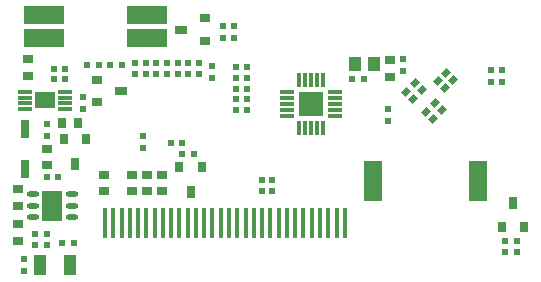
<source format=gbp>
G04 Layer_Color=128*
%FSLAX44Y44*%
%MOMM*%
G71*
G01*
G75*
%ADD17R,0.6000X0.5000*%
%ADD18R,0.5000X0.6000*%
%ADD19R,0.8000X0.9000*%
%ADD25R,0.6500X1.1000*%
%ADD26R,0.6500X0.9000*%
%ADD29R,0.9000X0.8000*%
%ADD41R,1.5000X3.4000*%
%ADD42R,1.1000X0.6500*%
%ADD43R,0.9000X0.6500*%
%ADD44R,0.8000X1.6000*%
%ADD45R,1.3000X0.3100*%
%ADD46R,1.7000X1.4500*%
%ADD47R,1.0000X1.8000*%
%ADD48R,1.2000X0.3100*%
%ADD49R,0.3100X1.2000*%
%ADD50R,2.1000X2.1000*%
%ADD51O,1.1000X0.4500*%
%ADD52R,1.7300X2.5000*%
G04:AMPARAMS|DCode=53|XSize=0.5mm|YSize=0.6mm|CornerRadius=0mm|HoleSize=0mm|Usage=FLASHONLY|Rotation=135.000|XOffset=0mm|YOffset=0mm|HoleType=Round|Shape=Rectangle|*
%AMROTATEDRECTD53*
4,1,4,0.3889,0.0354,-0.0354,-0.3889,-0.3889,-0.0354,0.0354,0.3889,0.3889,0.0354,0.0*
%
%ADD53ROTATEDRECTD53*%

%ADD54R,1.0000X1.3000*%
%ADD55R,0.4500X2.5000*%
%ADD56R,3.5000X1.5000*%
D17*
X203000Y189000D02*
D03*
X213000D02*
D03*
X155000Y186000D02*
D03*
X165000D02*
D03*
X319000Y151000D02*
D03*
X309000D02*
D03*
X319000Y160000D02*
D03*
X309000D02*
D03*
X264000Y123000D02*
D03*
X254000D02*
D03*
X274000Y114000D02*
D03*
X264000D02*
D03*
X525000Y175000D02*
D03*
X535000D02*
D03*
X159000Y94000D02*
D03*
X149000D02*
D03*
X547000Y40000D02*
D03*
X537000D02*
D03*
X547000Y31000D02*
D03*
X537000D02*
D03*
X309000Y187000D02*
D03*
X319000D02*
D03*
X535000Y185000D02*
D03*
X525000D02*
D03*
X149000Y37000D02*
D03*
X139000D02*
D03*
X162000Y38000D02*
D03*
X172000D02*
D03*
X418000Y177000D02*
D03*
X408000D02*
D03*
X139000Y46000D02*
D03*
X149000D02*
D03*
X309000Y178000D02*
D03*
X319000D02*
D03*
X309000Y169000D02*
D03*
X319000D02*
D03*
X155000Y177000D02*
D03*
X165000D02*
D03*
X183000Y189000D02*
D03*
X193000D02*
D03*
D18*
X231000Y119000D02*
D03*
Y129000D02*
D03*
X308000Y212000D02*
D03*
Y222000D02*
D03*
X180000Y162000D02*
D03*
Y152000D02*
D03*
X149000Y129000D02*
D03*
Y139000D02*
D03*
X298000Y222000D02*
D03*
Y212000D02*
D03*
X340000Y82000D02*
D03*
Y92000D02*
D03*
X251000Y181000D02*
D03*
Y191000D02*
D03*
X331000Y82000D02*
D03*
Y92000D02*
D03*
X278000Y181000D02*
D03*
Y191000D02*
D03*
X130000Y25000D02*
D03*
Y15000D02*
D03*
X451000Y184000D02*
D03*
Y194000D02*
D03*
X438000Y142000D02*
D03*
Y152000D02*
D03*
X289000Y188000D02*
D03*
Y178000D02*
D03*
X242000Y191000D02*
D03*
Y181000D02*
D03*
X233000Y191000D02*
D03*
Y181000D02*
D03*
X224000Y191000D02*
D03*
Y181000D02*
D03*
X269000Y191000D02*
D03*
Y181000D02*
D03*
X260000Y191000D02*
D03*
Y181000D02*
D03*
D19*
X175998Y140000D02*
D03*
X161998D02*
D03*
D25*
X544000Y72375D02*
D03*
X173000Y105625D02*
D03*
X271000Y81625D02*
D03*
D26*
X534500Y51625D02*
D03*
X553500D02*
D03*
X182500Y126375D02*
D03*
X163500D02*
D03*
X280500Y102375D02*
D03*
X261500D02*
D03*
D29*
X125000Y40002D02*
D03*
Y54002D02*
D03*
X133000Y193998D02*
D03*
Y179998D02*
D03*
X125000Y83998D02*
D03*
Y69998D02*
D03*
X149000Y104002D02*
D03*
Y118002D02*
D03*
X247000Y95998D02*
D03*
Y81998D02*
D03*
X234000Y95998D02*
D03*
Y81998D02*
D03*
X221000Y95998D02*
D03*
Y81998D02*
D03*
X198000Y82002D02*
D03*
Y96002D02*
D03*
X440000Y192998D02*
D03*
Y178998D02*
D03*
D41*
X425500Y91000D02*
D03*
X514500D02*
D03*
D42*
X262625Y219000D02*
D03*
X212375Y167000D02*
D03*
D43*
X283375Y209500D02*
D03*
Y228500D02*
D03*
X191625Y176500D02*
D03*
Y157500D02*
D03*
D44*
X131000Y101000D02*
D03*
Y135000D02*
D03*
D45*
Y151500D02*
D03*
Y156500D02*
D03*
Y161500D02*
D03*
Y166500D02*
D03*
X165000D02*
D03*
Y161500D02*
D03*
Y156500D02*
D03*
Y151500D02*
D03*
D46*
X148000Y159000D02*
D03*
D47*
X143500Y20000D02*
D03*
X168500D02*
D03*
D48*
X352750Y146000D02*
D03*
Y151000D02*
D03*
Y156000D02*
D03*
Y161000D02*
D03*
Y166000D02*
D03*
X393250D02*
D03*
Y161000D02*
D03*
Y156000D02*
D03*
Y151000D02*
D03*
Y146000D02*
D03*
D49*
X363000Y176250D02*
D03*
X368000D02*
D03*
X373000D02*
D03*
X378000D02*
D03*
X383000D02*
D03*
Y135750D02*
D03*
X378000D02*
D03*
X373000D02*
D03*
X368000D02*
D03*
X363000D02*
D03*
D50*
X373000Y156000D02*
D03*
D51*
X170500Y79500D02*
D03*
Y70000D02*
D03*
Y60500D02*
D03*
X137500D02*
D03*
Y70000D02*
D03*
Y79500D02*
D03*
D52*
X154000Y70000D02*
D03*
D53*
X460536Y173535D02*
D03*
X453465Y166464D02*
D03*
X487536Y182536D02*
D03*
X480464Y175464D02*
D03*
X483535Y150536D02*
D03*
X476465Y143464D02*
D03*
X477536Y156536D02*
D03*
X470465Y149465D02*
D03*
X493535Y176536D02*
D03*
X486464Y169464D02*
D03*
X466535Y167535D02*
D03*
X459464Y160464D02*
D03*
D54*
X426000Y190000D02*
D03*
X410000D02*
D03*
D55*
X401500Y55000D02*
D03*
X394500D02*
D03*
X387500D02*
D03*
X380500D02*
D03*
X373500D02*
D03*
X366500D02*
D03*
X359500D02*
D03*
X352500D02*
D03*
X345500D02*
D03*
X338500D02*
D03*
X331500D02*
D03*
X324500D02*
D03*
X317500D02*
D03*
X310500D02*
D03*
X303500D02*
D03*
X296500D02*
D03*
X289500D02*
D03*
X282500D02*
D03*
X275500D02*
D03*
X268500D02*
D03*
X261500D02*
D03*
X254500D02*
D03*
X247500D02*
D03*
X240500D02*
D03*
X233500D02*
D03*
X226500D02*
D03*
X219500D02*
D03*
X212500D02*
D03*
X205500D02*
D03*
X198500D02*
D03*
D56*
X234000Y231000D02*
D03*
Y212000D02*
D03*
X147000D02*
D03*
Y231000D02*
D03*
M02*

</source>
